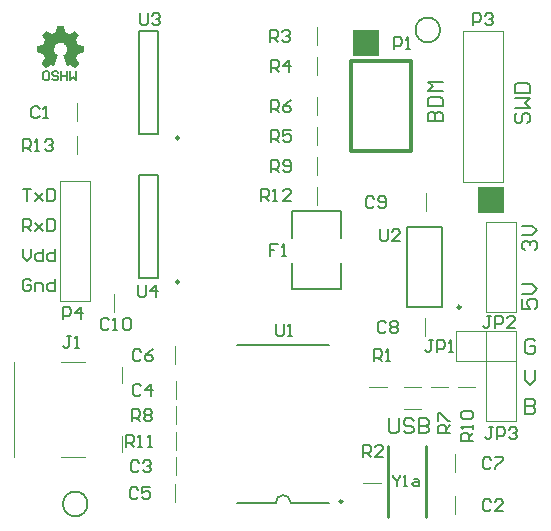
<source format=gto>
G04 Layer_Color=65535*
%FSLAX23Y23*%
%MOIN*%
G70*
G01*
G75*
%ADD22C,0.010*%
%ADD35C,0.008*%
%ADD36C,0.010*%
%ADD37C,0.008*%
%ADD38C,0.004*%
%ADD39C,0.012*%
%ADD40R,0.090X0.085*%
G36*
X163Y1689D02*
X164Y1689D01*
Y1688D01*
Y1688D01*
X168Y1668D01*
Y1668D01*
X168Y1668D01*
X168Y1667D01*
X168D01*
X182Y1662D01*
X183D01*
X200Y1673D01*
X201D01*
X201Y1673D01*
X215Y1659D01*
Y1659D01*
Y1658D01*
Y1658D01*
Y1658D01*
X204Y1641D01*
Y1641D01*
Y1641D01*
Y1641D01*
Y1640D01*
Y1640D01*
X210Y1626D01*
X210Y1626D01*
X211Y1625D01*
X211D01*
X230Y1622D01*
X230D01*
X231Y1622D01*
Y1621D01*
Y1621D01*
Y1601D01*
X230Y1601D01*
X230Y1600D01*
X230D01*
X211Y1596D01*
X211D01*
X211Y1596D01*
Y1596D01*
Y1596D01*
X204Y1581D01*
Y1580D01*
Y1580D01*
Y1580D01*
Y1580D01*
X215Y1564D01*
Y1564D01*
Y1563D01*
Y1563D01*
X201Y1549D01*
X200Y1549D01*
X200D01*
X200Y1549D01*
X185Y1559D01*
X183D01*
X177Y1555D01*
X175Y1556D01*
X175Y1556D01*
X162Y1590D01*
X162Y1591D01*
X162Y1591D01*
X164Y1592D01*
X164Y1592D01*
X164D01*
X165Y1593D01*
X165Y1593D01*
X168Y1595D01*
X170Y1598D01*
X172Y1601D01*
X173Y1604D01*
X174Y1606D01*
X174Y1609D01*
X175Y1610D01*
Y1611D01*
X174Y1614D01*
X173Y1617D01*
X173Y1619D01*
X171Y1622D01*
X170Y1624D01*
X169Y1625D01*
X168Y1626D01*
X168Y1626D01*
X166Y1628D01*
X163Y1630D01*
X160Y1631D01*
X158Y1632D01*
X156Y1633D01*
X154Y1633D01*
X153D01*
X150Y1633D01*
X147Y1632D01*
X144Y1631D01*
X142Y1629D01*
X140Y1628D01*
X139Y1627D01*
X138Y1626D01*
X138Y1626D01*
X135Y1624D01*
X134Y1621D01*
X133Y1618D01*
X132Y1616D01*
X132Y1614D01*
X131Y1612D01*
Y1611D01*
Y1611D01*
X132Y1606D01*
X133Y1603D01*
X134Y1600D01*
X136Y1597D01*
X138Y1595D01*
X140Y1594D01*
X141Y1593D01*
X141Y1593D01*
X142Y1592D01*
X142Y1592D01*
X142Y1592D01*
X144Y1591D01*
X144Y1590D01*
Y1590D01*
Y1590D01*
X130Y1556D01*
X130Y1556D01*
X130Y1555D01*
X129D01*
X123Y1559D01*
X121D01*
X106Y1549D01*
X106Y1549D01*
X105D01*
X105Y1549D01*
X91Y1563D01*
Y1563D01*
Y1563D01*
Y1564D01*
X102Y1580D01*
Y1580D01*
Y1580D01*
Y1581D01*
Y1581D01*
X95Y1596D01*
X95Y1596D01*
X95Y1596D01*
X94D01*
X76Y1600D01*
X75Y1601D01*
X75Y1601D01*
Y1601D01*
Y1621D01*
Y1622D01*
X75Y1622D01*
X76D01*
X95Y1625D01*
X95Y1626D01*
X96Y1626D01*
Y1626D01*
X102Y1640D01*
Y1640D01*
Y1641D01*
Y1641D01*
Y1641D01*
X91Y1658D01*
Y1658D01*
Y1658D01*
Y1659D01*
Y1659D01*
X105Y1673D01*
X105Y1673D01*
X106D01*
X123Y1662D01*
X124D01*
X137Y1667D01*
X138Y1668D01*
X138Y1668D01*
Y1668D01*
Y1668D01*
X142Y1688D01*
Y1689D01*
X142Y1689D01*
X163D01*
X163Y1689D01*
D02*
G37*
G36*
X1611Y1092D02*
X1546D01*
X1581Y1148D01*
X1611Y1092D01*
D02*
G37*
G36*
X1172Y1589D02*
X1142Y1645D01*
X1207D01*
X1172Y1589D01*
D02*
G37*
D22*
X1244Y52D02*
Y288D01*
X1370Y52D02*
Y288D01*
D35*
X1418Y1675D02*
G03*
X1418Y1675I-41J0D01*
G01*
X243Y95D02*
G03*
X243Y95I-41J0D01*
G01*
X1588Y243D02*
X1582Y250D01*
X1568D01*
X1562Y243D01*
Y217D01*
X1568Y210D01*
X1582D01*
X1588Y217D01*
X1602Y250D02*
X1628D01*
Y243D01*
X1602Y217D01*
Y210D01*
X1588Y103D02*
X1582Y110D01*
X1568D01*
X1562Y103D01*
Y77D01*
X1568Y70D01*
X1582D01*
X1588Y77D01*
X1628Y70D02*
X1602D01*
X1628Y97D01*
Y103D01*
X1622Y110D01*
X1608D01*
X1602Y103D01*
X1527Y305D02*
X1487D01*
Y325D01*
X1493Y332D01*
X1507D01*
X1513Y325D01*
Y305D01*
Y318D02*
X1527Y332D01*
Y345D02*
Y358D01*
Y352D01*
X1487D01*
X1493Y345D01*
Y378D02*
X1487Y385D01*
Y398D01*
X1493Y405D01*
X1520D01*
X1527Y398D01*
Y385D01*
X1520Y378D01*
X1493D01*
X855Y1200D02*
Y1240D01*
X875D01*
X882Y1233D01*
Y1220D01*
X875Y1213D01*
X855D01*
X868D02*
X882Y1200D01*
X895Y1207D02*
X902Y1200D01*
X915D01*
X922Y1207D01*
Y1233D01*
X915Y1240D01*
X902D01*
X895Y1233D01*
Y1227D01*
X902Y1220D01*
X922D01*
X188Y655D02*
X175D01*
X182D01*
Y622D01*
X175Y615D01*
X168D01*
X162Y622D01*
X202Y615D02*
X215D01*
X208D01*
Y655D01*
X202Y648D01*
X313Y708D02*
X307Y715D01*
X293D01*
X287Y708D01*
Y682D01*
X293Y675D01*
X307D01*
X313Y682D01*
X327Y675D02*
X340D01*
X333D01*
Y715D01*
X327Y708D01*
X360D02*
X367Y715D01*
X380D01*
X387Y708D01*
Y682D01*
X380Y675D01*
X367D01*
X360Y682D01*
Y708D01*
X1527Y1690D02*
Y1730D01*
X1547D01*
X1553Y1723D01*
Y1710D01*
X1547Y1703D01*
X1527D01*
X1567Y1723D02*
X1573Y1730D01*
X1587D01*
X1593Y1723D01*
Y1717D01*
X1587Y1710D01*
X1580D01*
X1587D01*
X1593Y1703D01*
Y1697D01*
X1587Y1690D01*
X1573D01*
X1567Y1697D01*
X412Y825D02*
Y792D01*
X418Y785D01*
X432D01*
X438Y792D01*
Y825D01*
X472Y785D02*
Y825D01*
X452Y805D01*
X478D01*
X83Y1413D02*
X76Y1420D01*
X63D01*
X56Y1413D01*
Y1387D01*
X63Y1380D01*
X76D01*
X83Y1387D01*
X96Y1380D02*
X110D01*
X103D01*
Y1420D01*
X96Y1413D01*
X417Y1730D02*
Y1697D01*
X423Y1690D01*
X437D01*
X443Y1697D01*
Y1730D01*
X457Y1723D02*
X463Y1730D01*
X477D01*
X483Y1723D01*
Y1717D01*
X477Y1710D01*
X470D01*
X477D01*
X483Y1703D01*
Y1697D01*
X477Y1690D01*
X463D01*
X457Y1697D01*
X852Y1635D02*
Y1675D01*
X872D01*
X878Y1668D01*
Y1655D01*
X872Y1648D01*
X852D01*
X865D02*
X878Y1635D01*
X892Y1668D02*
X898Y1675D01*
X912D01*
X918Y1668D01*
Y1662D01*
X912Y1655D01*
X905D01*
X912D01*
X918Y1648D01*
Y1642D01*
X912Y1635D01*
X898D01*
X892Y1642D01*
X855Y1300D02*
Y1340D01*
X875D01*
X882Y1333D01*
Y1320D01*
X875Y1313D01*
X855D01*
X868D02*
X882Y1300D01*
X922Y1340D02*
X895D01*
Y1320D01*
X908Y1327D01*
X915D01*
X922Y1320D01*
Y1307D01*
X915Y1300D01*
X902D01*
X895Y1307D01*
X855Y1535D02*
Y1575D01*
X875D01*
X882Y1568D01*
Y1555D01*
X875Y1548D01*
X855D01*
X868D02*
X882Y1535D01*
X915D02*
Y1575D01*
X895Y1555D01*
X922D01*
X855Y1400D02*
Y1440D01*
X875D01*
X882Y1433D01*
Y1420D01*
X875Y1413D01*
X855D01*
X868D02*
X882Y1400D01*
X922Y1440D02*
X908Y1433D01*
X895Y1420D01*
Y1407D01*
X902Y1400D01*
X915D01*
X922Y1407D01*
Y1413D01*
X915Y1420D01*
X895D01*
X422Y488D02*
X415Y495D01*
X402D01*
X395Y488D01*
Y462D01*
X402Y455D01*
X415D01*
X422Y462D01*
X455Y455D02*
Y495D01*
X435Y475D01*
X462D01*
X1197Y570D02*
Y610D01*
X1217D01*
X1223Y603D01*
Y590D01*
X1217Y583D01*
X1197D01*
X1210D02*
X1223Y570D01*
X1237D02*
X1250D01*
X1243D01*
Y610D01*
X1237Y603D01*
X392Y370D02*
Y410D01*
X412D01*
X418Y403D01*
Y390D01*
X412Y383D01*
X392D01*
X405D02*
X418Y370D01*
X432Y403D02*
X438Y410D01*
X452D01*
X458Y403D01*
Y397D01*
X452Y390D01*
X458Y383D01*
Y377D01*
X452Y370D01*
X438D01*
X432Y377D01*
Y383D01*
X438Y390D01*
X432Y397D01*
Y403D01*
X438Y390D02*
X452D01*
X372Y285D02*
Y325D01*
X392D01*
X398Y318D01*
Y305D01*
X392Y298D01*
X372D01*
X385D02*
X398Y285D01*
X412D02*
X425D01*
X418D01*
Y325D01*
X412Y318D01*
X445Y285D02*
X458D01*
X452D01*
Y325D01*
X445Y318D01*
X413Y233D02*
X407Y240D01*
X393D01*
X387Y233D01*
Y207D01*
X393Y200D01*
X407D01*
X413Y207D01*
X427Y233D02*
X433Y240D01*
X447D01*
X453Y233D01*
Y227D01*
X447Y220D01*
X440D01*
X447D01*
X453Y213D01*
Y207D01*
X447Y200D01*
X433D01*
X427Y207D01*
X1162Y251D02*
Y291D01*
X1182D01*
X1188Y285D01*
Y271D01*
X1182Y265D01*
X1162D01*
X1175D02*
X1188Y251D01*
X1228D02*
X1202D01*
X1228Y278D01*
Y285D01*
X1222Y291D01*
X1208D01*
X1202Y285D01*
X412Y143D02*
X405Y150D01*
X392D01*
X385Y143D01*
Y117D01*
X392Y110D01*
X405D01*
X412Y117D01*
X452Y150D02*
X425D01*
Y130D01*
X438Y137D01*
X445D01*
X452Y130D01*
Y117D01*
X445Y110D01*
X432D01*
X425Y117D01*
X422Y603D02*
X415Y610D01*
X402D01*
X395Y603D01*
Y577D01*
X402Y570D01*
X415D01*
X422Y577D01*
X462Y610D02*
X448Y603D01*
X435Y590D01*
Y577D01*
X442Y570D01*
X455D01*
X462Y577D01*
Y583D01*
X455Y590D01*
X435D01*
X1452Y330D02*
X1412D01*
Y350D01*
X1418Y357D01*
X1432D01*
X1438Y350D01*
Y330D01*
Y343D02*
X1452Y357D01*
X1412Y370D02*
Y397D01*
X1418D01*
X1445Y370D01*
X1452D01*
X1593Y350D02*
X1580D01*
X1587D01*
Y317D01*
X1580Y310D01*
X1573D01*
X1567Y317D01*
X1607Y310D02*
Y350D01*
X1627D01*
X1633Y343D01*
Y330D01*
X1627Y323D01*
X1607D01*
X1647Y343D02*
X1653Y350D01*
X1667D01*
X1673Y343D01*
Y337D01*
X1667Y330D01*
X1660D01*
X1667D01*
X1673Y323D01*
Y317D01*
X1667Y310D01*
X1653D01*
X1647Y317D01*
X872Y695D02*
Y662D01*
X878Y655D01*
X892D01*
X898Y662D01*
Y695D01*
X912Y655D02*
X925D01*
X918D01*
Y695D01*
X912Y688D01*
X1266Y1610D02*
Y1650D01*
X1286D01*
X1292Y1643D01*
Y1630D01*
X1286Y1623D01*
X1266D01*
X1306Y1610D02*
X1319D01*
X1312D01*
Y1650D01*
X1306Y1643D01*
X162Y710D02*
Y750D01*
X182D01*
X188Y743D01*
Y730D01*
X182Y723D01*
X162D01*
X222Y710D02*
Y750D01*
X202Y730D01*
X228D01*
X820Y1105D02*
Y1145D01*
X840D01*
X847Y1138D01*
Y1125D01*
X840Y1118D01*
X820D01*
X833D02*
X847Y1105D01*
X860D02*
X873D01*
X867D01*
Y1145D01*
X860Y1138D01*
X920Y1105D02*
X893D01*
X920Y1132D01*
Y1138D01*
X913Y1145D01*
X900D01*
X893Y1138D01*
X27Y1270D02*
Y1310D01*
X47D01*
X53Y1303D01*
Y1290D01*
X47Y1283D01*
X27D01*
X40D02*
X53Y1270D01*
X67D02*
X80D01*
X73D01*
Y1310D01*
X67Y1303D01*
X100D02*
X107Y1310D01*
X120D01*
X127Y1303D01*
Y1297D01*
X120Y1290D01*
X113D01*
X120D01*
X127Y1283D01*
Y1277D01*
X120Y1270D01*
X107D01*
X100Y1277D01*
X1393Y640D02*
X1380D01*
X1387D01*
Y607D01*
X1380Y600D01*
X1373D01*
X1367Y607D01*
X1407Y600D02*
Y640D01*
X1427D01*
X1433Y633D01*
Y620D01*
X1427Y613D01*
X1407D01*
X1447Y600D02*
X1460D01*
X1453D01*
Y640D01*
X1447Y633D01*
X1238Y698D02*
X1232Y705D01*
X1218D01*
X1212Y698D01*
Y672D01*
X1218Y665D01*
X1232D01*
X1238Y672D01*
X1252Y698D02*
X1258Y705D01*
X1272D01*
X1278Y698D01*
Y692D01*
X1272Y685D01*
X1278Y678D01*
Y672D01*
X1272Y665D01*
X1258D01*
X1252Y672D01*
Y678D01*
X1258Y685D01*
X1252Y692D01*
Y698D01*
X1258Y685D02*
X1272D01*
X1198Y1113D02*
X1192Y1120D01*
X1178D01*
X1172Y1113D01*
Y1087D01*
X1178Y1080D01*
X1192D01*
X1198Y1087D01*
X1212D02*
X1218Y1080D01*
X1232D01*
X1238Y1087D01*
Y1113D01*
X1232Y1120D01*
X1218D01*
X1212Y1113D01*
Y1107D01*
X1218Y1100D01*
X1238D01*
X1217Y1010D02*
Y977D01*
X1223Y970D01*
X1237D01*
X1243Y977D01*
Y1010D01*
X1283Y970D02*
X1257D01*
X1283Y997D01*
Y1003D01*
X1277Y1010D01*
X1263D01*
X1257Y1003D01*
X878Y960D02*
X852D01*
Y940D01*
X865D01*
X852D01*
Y920D01*
X892D02*
X905D01*
X898D01*
Y960D01*
X892Y953D01*
X1589Y721D02*
X1576D01*
X1582D01*
Y687D01*
X1576Y681D01*
X1569D01*
X1562Y687D01*
X1602Y681D02*
Y721D01*
X1622D01*
X1629Y714D01*
Y701D01*
X1622Y694D01*
X1602D01*
X1669Y681D02*
X1642D01*
X1669Y707D01*
Y714D01*
X1662Y721D01*
X1649D01*
X1642Y714D01*
X1262Y190D02*
Y184D01*
X1273Y172D01*
X1285Y184D01*
Y190D01*
X1273Y172D02*
Y155D01*
X1297D02*
X1308D01*
X1302D01*
Y190D01*
X1297Y184D01*
X1332Y178D02*
X1343D01*
X1349Y172D01*
Y155D01*
X1332D01*
X1326Y161D01*
X1332Y167D01*
X1349D01*
X1702Y445D02*
Y395D01*
X1727D01*
X1735Y403D01*
Y412D01*
X1727Y420D01*
X1702D01*
X1727D01*
X1735Y428D01*
Y437D01*
X1727Y445D01*
X1702D01*
X1377Y1370D02*
X1427D01*
Y1395D01*
X1418Y1403D01*
X1410D01*
X1402Y1395D01*
Y1370D01*
Y1395D01*
X1393Y1403D01*
X1385D01*
X1377Y1395D01*
Y1370D01*
Y1420D02*
X1427D01*
Y1445D01*
X1418Y1453D01*
X1385D01*
X1377Y1445D01*
Y1420D01*
X1427Y1470D02*
X1377D01*
X1393Y1487D01*
X1377Y1503D01*
X1427D01*
X1247Y380D02*
Y338D01*
X1255Y330D01*
X1272D01*
X1280Y338D01*
Y380D01*
X1330Y372D02*
X1322Y380D01*
X1305D01*
X1297Y372D01*
Y363D01*
X1305Y355D01*
X1322D01*
X1330Y347D01*
Y338D01*
X1322Y330D01*
X1305D01*
X1297Y338D01*
X1347Y380D02*
Y330D01*
X1372D01*
X1380Y338D01*
Y347D01*
X1372Y355D01*
X1347D01*
X1372D01*
X1380Y363D01*
Y372D01*
X1372Y380D01*
X1347D01*
X1735Y637D02*
X1727Y645D01*
X1710D01*
X1702Y637D01*
Y603D01*
X1710Y595D01*
X1727D01*
X1735Y603D01*
Y620D01*
X1718D01*
X1702Y540D02*
Y507D01*
X1718Y490D01*
X1735Y507D01*
Y540D01*
X27Y1005D02*
Y1045D01*
X47D01*
X53Y1038D01*
Y1025D01*
X47Y1018D01*
X27D01*
X40D02*
X53Y1005D01*
X67Y1032D02*
X93Y1005D01*
X80Y1018D01*
X93Y1032D01*
X67Y1005D01*
X107Y1045D02*
Y1005D01*
X127D01*
X133Y1012D01*
Y1038D01*
X127Y1045D01*
X107D01*
X27Y1145D02*
X53D01*
X40D01*
Y1105D01*
X67Y1132D02*
X93Y1105D01*
X80Y1118D01*
X93Y1132D01*
X67Y1105D01*
X107Y1145D02*
Y1105D01*
X127D01*
X133Y1112D01*
Y1138D01*
X127Y1145D01*
X107D01*
X53Y838D02*
X47Y845D01*
X33D01*
X27Y838D01*
Y812D01*
X33Y805D01*
X47D01*
X53Y812D01*
Y825D01*
X40D01*
X67Y805D02*
Y832D01*
X87D01*
X93Y825D01*
Y805D01*
X133Y845D02*
Y805D01*
X113D01*
X107Y812D01*
Y825D01*
X113Y832D01*
X133D01*
X27Y945D02*
Y918D01*
X40Y905D01*
X53Y918D01*
Y945D01*
X93D02*
Y905D01*
X73D01*
X67Y912D01*
Y925D01*
X73Y932D01*
X93D01*
X133Y945D02*
Y905D01*
X113D01*
X107Y912D01*
Y925D01*
X113Y932D01*
X133D01*
X1675Y1398D02*
X1667Y1390D01*
Y1373D01*
X1675Y1365D01*
X1683D01*
X1692Y1373D01*
Y1390D01*
X1700Y1398D01*
X1708D01*
X1717Y1390D01*
Y1373D01*
X1708Y1365D01*
X1667Y1415D02*
X1717D01*
X1700Y1432D01*
X1717Y1448D01*
X1667D01*
Y1465D02*
X1717D01*
Y1490D01*
X1708Y1498D01*
X1675D01*
X1667Y1490D01*
Y1465D01*
X1700Y940D02*
X1692Y948D01*
Y965D01*
X1700Y973D01*
X1708D01*
X1717Y965D01*
Y957D01*
Y965D01*
X1725Y973D01*
X1733D01*
X1742Y965D01*
Y948D01*
X1733Y940D01*
X1692Y990D02*
X1725D01*
X1742Y1007D01*
X1725Y1023D01*
X1692D01*
Y778D02*
Y745D01*
X1717D01*
X1708Y762D01*
Y770D01*
X1717Y778D01*
X1733D01*
X1742Y770D01*
Y753D01*
X1733Y745D01*
X1692Y795D02*
X1725D01*
X1742Y812D01*
X1725Y828D01*
X1692D01*
X110Y1537D02*
X100D01*
X95Y1532D01*
Y1512D01*
X100Y1507D01*
X110D01*
X115Y1512D01*
Y1532D01*
X110Y1537D01*
X145Y1532D02*
X140Y1537D01*
X130D01*
X125Y1532D01*
Y1527D01*
X130Y1522D01*
X140D01*
X145Y1517D01*
Y1512D01*
X140Y1507D01*
X130D01*
X125Y1512D01*
X155Y1537D02*
Y1507D01*
Y1522D01*
X175D01*
Y1537D01*
Y1507D01*
X185Y1537D02*
Y1507D01*
X195Y1517D01*
X205Y1507D01*
Y1537D01*
D36*
X1487Y751D02*
G03*
X1487Y751I-5J0D01*
G01*
X1093Y103D02*
G03*
X1093Y103I-5J0D01*
G01*
X548Y1315D02*
G03*
X548Y1315I-5J0D01*
G01*
Y835D02*
G03*
X548Y835I-5J0D01*
G01*
D37*
X920Y99D02*
G03*
X870Y99I-25J0D01*
G01*
X924Y810D02*
Y897D01*
X1089Y810D02*
Y897D01*
X924Y810D02*
X1089D01*
X924Y1070D02*
X1089D01*
X924Y983D02*
Y1070D01*
X1089Y983D02*
Y1070D01*
X1308Y1017D02*
X1426D01*
X1308Y753D02*
X1426D01*
X1308D02*
Y1017D01*
X1426Y753D02*
Y1017D01*
X741Y624D02*
X1049D01*
X920Y99D02*
X1049D01*
X741D02*
X870D01*
X415Y1673D02*
X478D01*
X415Y1327D02*
X478D01*
X415D02*
Y1673D01*
X478Y1327D02*
Y1673D01*
X415Y1193D02*
X478D01*
X415Y847D02*
X478D01*
X415D02*
Y1193D01*
X478Y847D02*
Y1193D01*
D38*
X1372Y1070D02*
Y1130D01*
X535Y560D02*
Y620D01*
Y100D02*
Y160D01*
X1572Y1035D02*
X1672D01*
Y735D02*
Y1035D01*
X1572Y735D02*
X1672D01*
X1572D02*
Y1035D01*
X152Y770D02*
X252D01*
X152D02*
Y1170D01*
X252D01*
Y770D02*
Y1170D01*
X359Y268D02*
Y323D01*
Y497D02*
Y552D01*
X154Y253D02*
X233D01*
X154Y567D02*
X233D01*
X-3Y253D02*
Y567D01*
X1472Y570D02*
Y670D01*
X1672D01*
Y570D02*
Y670D01*
X1472Y570D02*
X1672D01*
X1367Y655D02*
Y715D01*
X209Y1260D02*
Y1320D01*
X1007Y1090D02*
Y1150D01*
X1572Y370D02*
X1672D01*
X1572D02*
Y670D01*
X1672D01*
Y370D02*
Y670D01*
X1387Y485D02*
X1446D01*
X1162Y165D02*
X1221D01*
X537Y190D02*
Y250D01*
Y275D02*
Y335D01*
Y360D02*
Y420D01*
X1182Y485D02*
X1241D01*
X1297D02*
X1356D01*
X1297Y411D02*
X1356D01*
X537Y445D02*
Y505D01*
X1007Y1390D02*
Y1450D01*
Y1525D02*
Y1585D01*
Y1290D02*
Y1350D01*
Y1625D02*
Y1685D01*
X209Y1370D02*
Y1430D01*
X1495Y1167D02*
X1629D01*
Y1672D01*
X1495D02*
X1629D01*
X1495Y1167D02*
Y1672D01*
X332Y735D02*
Y795D01*
X1007Y1190D02*
Y1250D01*
X1477Y485D02*
X1536D01*
X1469Y60D02*
Y120D01*
Y200D02*
Y260D01*
D39*
X1122Y1270D02*
X1322D01*
X1122D02*
Y1570D01*
X1322D01*
Y1270D02*
Y1570D01*
D40*
X1587Y1107D02*
D03*
X1172Y1633D02*
D03*
M02*

</source>
